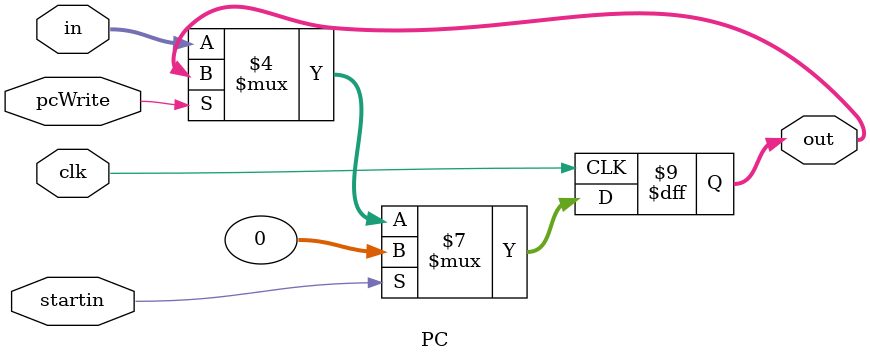
<source format=v>
`timescale 1ns / 1ps
module PC(out, in,pcWrite, clk, startin);
output [31:0]out;
input [31:0]in;
input clk;
input startin;
input pcWrite;
reg [31:0] out;

always@(posedge clk)
    begin
        if(startin == 1)
            begin
                out <= 0;
					 //startin <=0;
            end
        else
            begin
				$display("pcWriteeeeeeeeeeeeeeeeeeeeeeeeeeeeee  ",pcWrite);
				out <=in;
//				if(pcWrite != 1)
//                out <= in;
				if(pcWrite == 1)
				out <=out;  
           end      

$display("pccccccccccccccccccccccccccccc           " ,out )	;			
    end
endmodule

</source>
